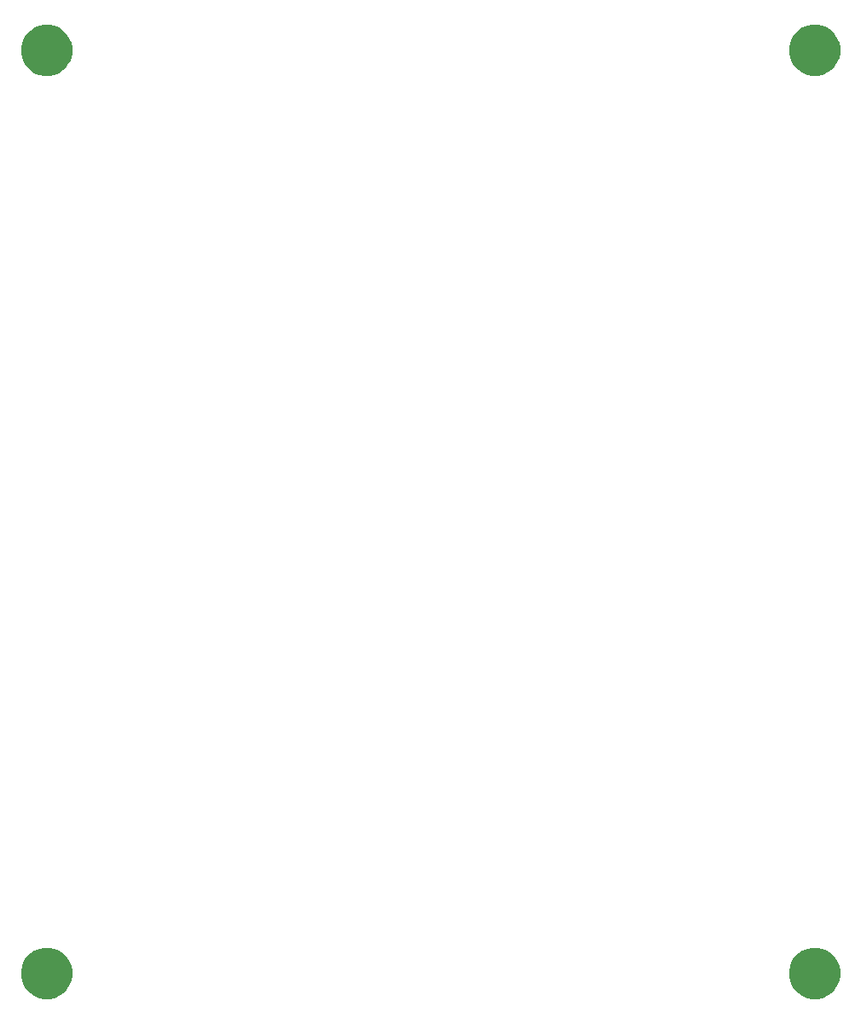
<source format=gbr>
G04 #@! TF.GenerationSoftware,KiCad,Pcbnew,(5.1.2)-2*
G04 #@! TF.CreationDate,2021-05-04T10:51:35-04:00*
G04 #@! TF.ProjectId,Magnetometer_A,4d61676e-6574-46f6-9d65-7465725f412e,rev?*
G04 #@! TF.SameCoordinates,Original*
G04 #@! TF.FileFunction,Soldermask,Bot*
G04 #@! TF.FilePolarity,Negative*
%FSLAX46Y46*%
G04 Gerber Fmt 4.6, Leading zero omitted, Abs format (unit mm)*
G04 Created by KiCad (PCBNEW (5.1.2)-2) date 2021-05-04 10:51:35*
%MOMM*%
%LPD*%
G04 APERTURE LIST*
%ADD10C,0.100000*%
G04 APERTURE END LIST*
D10*
G36*
X115844098Y-125297033D02*
G01*
X116308350Y-125489332D01*
X116308352Y-125489333D01*
X116726168Y-125768509D01*
X117081491Y-126123832D01*
X117360667Y-126541648D01*
X117360668Y-126541650D01*
X117552967Y-127005902D01*
X117651000Y-127498747D01*
X117651000Y-128001253D01*
X117552967Y-128494098D01*
X117360668Y-128958350D01*
X117360667Y-128958352D01*
X117081491Y-129376168D01*
X116726168Y-129731491D01*
X116308352Y-130010667D01*
X116308351Y-130010668D01*
X116308350Y-130010668D01*
X115844098Y-130202967D01*
X115351253Y-130301000D01*
X114848747Y-130301000D01*
X114355902Y-130202967D01*
X113891650Y-130010668D01*
X113891649Y-130010668D01*
X113891648Y-130010667D01*
X113473832Y-129731491D01*
X113118509Y-129376168D01*
X112839333Y-128958352D01*
X112839332Y-128958350D01*
X112647033Y-128494098D01*
X112549000Y-128001253D01*
X112549000Y-127498747D01*
X112647033Y-127005902D01*
X112839332Y-126541650D01*
X112839333Y-126541648D01*
X113118509Y-126123832D01*
X113473832Y-125768509D01*
X113891648Y-125489333D01*
X113891650Y-125489332D01*
X114355902Y-125297033D01*
X114848747Y-125199000D01*
X115351253Y-125199000D01*
X115844098Y-125297033D01*
X115844098Y-125297033D01*
G37*
G36*
X39644098Y-125297033D02*
G01*
X40108350Y-125489332D01*
X40108352Y-125489333D01*
X40526168Y-125768509D01*
X40881491Y-126123832D01*
X41160667Y-126541648D01*
X41160668Y-126541650D01*
X41352967Y-127005902D01*
X41451000Y-127498747D01*
X41451000Y-128001253D01*
X41352967Y-128494098D01*
X41160668Y-128958350D01*
X41160667Y-128958352D01*
X40881491Y-129376168D01*
X40526168Y-129731491D01*
X40108352Y-130010667D01*
X40108351Y-130010668D01*
X40108350Y-130010668D01*
X39644098Y-130202967D01*
X39151253Y-130301000D01*
X38648747Y-130301000D01*
X38155902Y-130202967D01*
X37691650Y-130010668D01*
X37691649Y-130010668D01*
X37691648Y-130010667D01*
X37273832Y-129731491D01*
X36918509Y-129376168D01*
X36639333Y-128958352D01*
X36639332Y-128958350D01*
X36447033Y-128494098D01*
X36349000Y-128001253D01*
X36349000Y-127498747D01*
X36447033Y-127005902D01*
X36639332Y-126541650D01*
X36639333Y-126541648D01*
X36918509Y-126123832D01*
X37273832Y-125768509D01*
X37691648Y-125489333D01*
X37691650Y-125489332D01*
X38155902Y-125297033D01*
X38648747Y-125199000D01*
X39151253Y-125199000D01*
X39644098Y-125297033D01*
X39644098Y-125297033D01*
G37*
G36*
X39644098Y-33722033D02*
G01*
X40108350Y-33914332D01*
X40108352Y-33914333D01*
X40526168Y-34193509D01*
X40881491Y-34548832D01*
X41160667Y-34966648D01*
X41160668Y-34966650D01*
X41352967Y-35430902D01*
X41451000Y-35923747D01*
X41451000Y-36426253D01*
X41352967Y-36919098D01*
X41171023Y-37358350D01*
X41160667Y-37383352D01*
X40881491Y-37801168D01*
X40526168Y-38156491D01*
X40108352Y-38435667D01*
X40108351Y-38435668D01*
X40108350Y-38435668D01*
X39644098Y-38627967D01*
X39151253Y-38726000D01*
X38648747Y-38726000D01*
X38155902Y-38627967D01*
X37691650Y-38435668D01*
X37691649Y-38435668D01*
X37691648Y-38435667D01*
X37273832Y-38156491D01*
X36918509Y-37801168D01*
X36639333Y-37383352D01*
X36628977Y-37358350D01*
X36447033Y-36919098D01*
X36349000Y-36426253D01*
X36349000Y-35923747D01*
X36447033Y-35430902D01*
X36639332Y-34966650D01*
X36639333Y-34966648D01*
X36918509Y-34548832D01*
X37273832Y-34193509D01*
X37691648Y-33914333D01*
X37691650Y-33914332D01*
X38155902Y-33722033D01*
X38648747Y-33624000D01*
X39151253Y-33624000D01*
X39644098Y-33722033D01*
X39644098Y-33722033D01*
G37*
G36*
X115844098Y-33697033D02*
G01*
X116308350Y-33889332D01*
X116308352Y-33889333D01*
X116726168Y-34168509D01*
X117081491Y-34523832D01*
X117098195Y-34548832D01*
X117360668Y-34941650D01*
X117552967Y-35405902D01*
X117651000Y-35898747D01*
X117651000Y-36401253D01*
X117552967Y-36894098D01*
X117542611Y-36919099D01*
X117360667Y-37358352D01*
X117081491Y-37776168D01*
X116726168Y-38131491D01*
X116308352Y-38410667D01*
X116308351Y-38410668D01*
X116308350Y-38410668D01*
X115844098Y-38602967D01*
X115351253Y-38701000D01*
X114848747Y-38701000D01*
X114355902Y-38602967D01*
X113891650Y-38410668D01*
X113891649Y-38410668D01*
X113891648Y-38410667D01*
X113473832Y-38131491D01*
X113118509Y-37776168D01*
X112839333Y-37358352D01*
X112657389Y-36919099D01*
X112647033Y-36894098D01*
X112549000Y-36401253D01*
X112549000Y-35898747D01*
X112647033Y-35405902D01*
X112839332Y-34941650D01*
X113101805Y-34548832D01*
X113118509Y-34523832D01*
X113473832Y-34168509D01*
X113891648Y-33889333D01*
X113891650Y-33889332D01*
X114355902Y-33697033D01*
X114848747Y-33599000D01*
X115351253Y-33599000D01*
X115844098Y-33697033D01*
X115844098Y-33697033D01*
G37*
M02*

</source>
